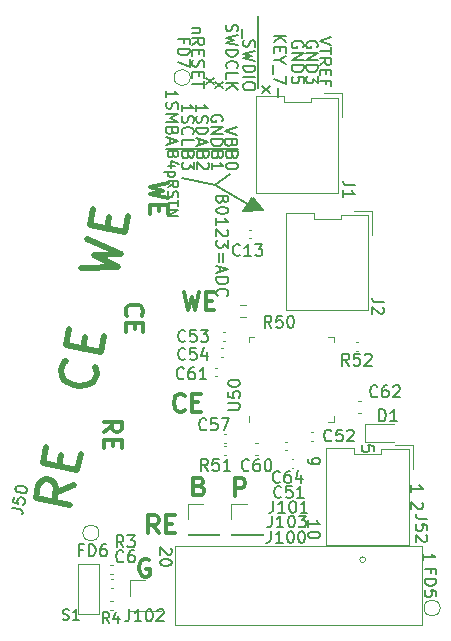
<source format=gbr>
G04 #@! TF.GenerationSoftware,KiCad,Pcbnew,(6.0.4)*
G04 #@! TF.CreationDate,2022-07-14T10:50:46-04:00*
G04 #@! TF.ProjectId,ratkit_design,7261746b-6974-45f6-9465-7369676e2e6b,RatKit2022_proA*
G04 #@! TF.SameCoordinates,PX41672a0PY65bcec0*
G04 #@! TF.FileFunction,Legend,Top*
G04 #@! TF.FilePolarity,Positive*
%FSLAX46Y46*%
G04 Gerber Fmt 4.6, Leading zero omitted, Abs format (unit mm)*
G04 Created by KiCad (PCBNEW (6.0.4)) date 2022-07-14 10:50:46*
%MOMM*%
%LPD*%
G01*
G04 APERTURE LIST*
%ADD10C,0.150000*%
%ADD11C,0.300000*%
%ADD12C,0.500000*%
%ADD13C,0.152400*%
%ADD14C,0.120000*%
%ADD15C,0.101600*%
G04 APERTURE END LIST*
D10*
X21920200Y39166800D02*
X21285200Y39674800D01*
X18262600Y41275000D02*
X19532600Y42189400D01*
X21259800Y40030400D02*
X20650200Y39039800D01*
X21285200Y39674800D02*
X20955000Y39192200D01*
X21259800Y39751000D02*
X21259800Y39471600D01*
X18262600Y41275000D02*
X15468600Y41884600D01*
X21691600Y39192200D02*
X21310600Y39446200D01*
X14122400Y44348400D02*
X20193000Y44348400D01*
X21259800Y39471600D02*
X18211800Y41300400D01*
X20650200Y39039800D02*
X22250400Y39166800D01*
X21920200Y49453800D02*
X21920200Y55549800D01*
X21259800Y39878000D02*
X20853400Y39116000D01*
X21336000Y40132000D02*
X22275800Y39192200D01*
X21971000Y39293800D02*
X21259800Y39751000D01*
X22199600Y39243000D02*
X21259800Y40030400D01*
X20853400Y39116000D02*
X21920200Y39166800D01*
X22275800Y39192200D02*
X21437600Y40208200D01*
X21310600Y39446200D02*
X21183600Y39319200D01*
X21361400Y39243000D02*
X21971000Y39293800D01*
X22250400Y39166800D02*
X21259800Y39878000D01*
X21183600Y39319200D02*
X21361400Y39243000D01*
X20955000Y39192200D02*
X21691600Y39192200D01*
X18892828Y40025153D02*
X18845209Y39882296D01*
X18797590Y39834677D01*
X18702352Y39787058D01*
X18559495Y39787058D01*
X18464257Y39834677D01*
X18416638Y39882296D01*
X18369019Y39977534D01*
X18369019Y40358486D01*
X19369019Y40358486D01*
X19369019Y40025153D01*
X19321400Y39929915D01*
X19273780Y39882296D01*
X19178542Y39834677D01*
X19083304Y39834677D01*
X18988066Y39882296D01*
X18940447Y39929915D01*
X18892828Y40025153D01*
X18892828Y40358486D01*
X19369019Y39168010D02*
X19369019Y39072772D01*
X19321400Y38977534D01*
X19273780Y38929915D01*
X19178542Y38882296D01*
X18988066Y38834677D01*
X18749971Y38834677D01*
X18559495Y38882296D01*
X18464257Y38929915D01*
X18416638Y38977534D01*
X18369019Y39072772D01*
X18369019Y39168010D01*
X18416638Y39263248D01*
X18464257Y39310867D01*
X18559495Y39358486D01*
X18749971Y39406105D01*
X18988066Y39406105D01*
X19178542Y39358486D01*
X19273780Y39310867D01*
X19321400Y39263248D01*
X19369019Y39168010D01*
X18369019Y37882296D02*
X18369019Y38453724D01*
X18369019Y38168010D02*
X19369019Y38168010D01*
X19226161Y38263248D01*
X19130923Y38358486D01*
X19083304Y38453724D01*
X19273780Y37501343D02*
X19321400Y37453724D01*
X19369019Y37358486D01*
X19369019Y37120391D01*
X19321400Y37025153D01*
X19273780Y36977534D01*
X19178542Y36929915D01*
X19083304Y36929915D01*
X18940447Y36977534D01*
X18369019Y37548962D01*
X18369019Y36929915D01*
X19369019Y36596581D02*
X19369019Y35977534D01*
X18988066Y36310867D01*
X18988066Y36168010D01*
X18940447Y36072772D01*
X18892828Y36025153D01*
X18797590Y35977534D01*
X18559495Y35977534D01*
X18464257Y36025153D01*
X18416638Y36072772D01*
X18369019Y36168010D01*
X18369019Y36453724D01*
X18416638Y36548962D01*
X18464257Y36596581D01*
X18892828Y35548962D02*
X18892828Y34787058D01*
X18607114Y34787058D02*
X18607114Y35548962D01*
X18654733Y34358486D02*
X18654733Y33882296D01*
X18369019Y34453724D02*
X19369019Y34120391D01*
X18369019Y33787058D01*
X18369019Y33453724D02*
X19369019Y33453724D01*
X19369019Y33215629D01*
X19321400Y33072772D01*
X19226161Y32977534D01*
X19130923Y32929915D01*
X18940447Y32882296D01*
X18797590Y32882296D01*
X18607114Y32929915D01*
X18511876Y32977534D01*
X18416638Y33072772D01*
X18369019Y33215629D01*
X18369019Y33453724D01*
X18464257Y31882296D02*
X18416638Y31929915D01*
X18369019Y32072772D01*
X18369019Y32168010D01*
X18416638Y32310867D01*
X18511876Y32406105D01*
X18607114Y32453724D01*
X18797590Y32501343D01*
X18940447Y32501343D01*
X19130923Y32453724D01*
X19226161Y32406105D01*
X19321400Y32310867D01*
X19369019Y32168010D01*
X19369019Y32072772D01*
X19321400Y31929915D01*
X19273780Y31882296D01*
D11*
X16921942Y15778943D02*
X17136228Y15707515D01*
X17207657Y15636086D01*
X17279085Y15493229D01*
X17279085Y15278943D01*
X17207657Y15136086D01*
X17136228Y15064658D01*
X16993371Y14993229D01*
X16421942Y14993229D01*
X16421942Y16493229D01*
X16921942Y16493229D01*
X17064800Y16421800D01*
X17136228Y16350372D01*
X17207657Y16207515D01*
X17207657Y16064658D01*
X17136228Y15921800D01*
X17064800Y15850372D01*
X16921942Y15778943D01*
X16421942Y15778943D01*
X10818085Y30211686D02*
X10746657Y30283115D01*
X10675228Y30497400D01*
X10675228Y30640258D01*
X10746657Y30854543D01*
X10889514Y30997400D01*
X11032371Y31068829D01*
X11318085Y31140258D01*
X11532371Y31140258D01*
X11818085Y31068829D01*
X11960942Y30997400D01*
X12103800Y30854543D01*
X12175228Y30640258D01*
X12175228Y30497400D01*
X12103800Y30283115D01*
X12032371Y30211686D01*
X11460942Y29568829D02*
X11460942Y29068829D01*
X10675228Y28854543D02*
X10675228Y29568829D01*
X12175228Y29568829D01*
X12175228Y28854543D01*
X15686114Y22222686D02*
X15614685Y22151258D01*
X15400400Y22079829D01*
X15257542Y22079829D01*
X15043257Y22151258D01*
X14900400Y22294115D01*
X14828971Y22436972D01*
X14757542Y22722686D01*
X14757542Y22936972D01*
X14828971Y23222686D01*
X14900400Y23365543D01*
X15043257Y23508400D01*
X15257542Y23579829D01*
X15400400Y23579829D01*
X15614685Y23508400D01*
X15686114Y23436972D01*
X16328971Y22865543D02*
X16828971Y22865543D01*
X17043257Y22079829D02*
X16328971Y22079829D01*
X16328971Y23579829D01*
X17043257Y23579829D01*
X8846428Y20356486D02*
X9560714Y20856486D01*
X8846428Y21213629D02*
X10346428Y21213629D01*
X10346428Y20642200D01*
X10275000Y20499343D01*
X10203571Y20427915D01*
X10060714Y20356486D01*
X9846428Y20356486D01*
X9703571Y20427915D01*
X9632142Y20499343D01*
X9560714Y20642200D01*
X9560714Y21213629D01*
X9632142Y19713629D02*
X9632142Y19213629D01*
X8846428Y18999343D02*
X8846428Y19713629D01*
X10346428Y19713629D01*
X10346428Y18999343D01*
X14258028Y41428029D02*
X12758028Y41070886D01*
X13829457Y40785172D01*
X12758028Y40499458D01*
X14258028Y40142315D01*
X13543742Y39570886D02*
X13543742Y39070886D01*
X12758028Y38856600D02*
X12758028Y39570886D01*
X14258028Y39570886D01*
X14258028Y38856600D01*
X13476314Y11792829D02*
X12976314Y12507115D01*
X12619171Y11792829D02*
X12619171Y13292829D01*
X13190600Y13292829D01*
X13333457Y13221400D01*
X13404885Y13149972D01*
X13476314Y13007115D01*
X13476314Y12792829D01*
X13404885Y12649972D01*
X13333457Y12578543D01*
X13190600Y12507115D01*
X12619171Y12507115D01*
X14119171Y12578543D02*
X14619171Y12578543D01*
X14833457Y11792829D02*
X14119171Y11792829D01*
X14119171Y13292829D01*
X14833457Y13292829D01*
X15620371Y32190429D02*
X15977514Y30690429D01*
X16263228Y31761858D01*
X16548942Y30690429D01*
X16906085Y32190429D01*
X17477514Y31476143D02*
X17977514Y31476143D01*
X18191800Y30690429D02*
X17477514Y30690429D01*
X17477514Y32190429D01*
X18191800Y32190429D01*
X19952542Y14942429D02*
X19952542Y16442429D01*
X20523971Y16442429D01*
X20666828Y16371000D01*
X20738257Y16299572D01*
X20809685Y16156715D01*
X20809685Y15942429D01*
X20738257Y15799572D01*
X20666828Y15728143D01*
X20523971Y15656715D01*
X19952542Y15656715D01*
X12661057Y9538400D02*
X12518200Y9609829D01*
X12303914Y9609829D01*
X12089628Y9538400D01*
X11946771Y9395543D01*
X11875342Y9252686D01*
X11803914Y8966972D01*
X11803914Y8752686D01*
X11875342Y8466972D01*
X11946771Y8324115D01*
X12089628Y8181258D01*
X12303914Y8109829D01*
X12446771Y8109829D01*
X12661057Y8181258D01*
X12732485Y8252686D01*
X12732485Y8752686D01*
X12446771Y8752686D01*
D10*
G04 #@! TO.C,C64*
X23741142Y16152858D02*
X23693523Y16105239D01*
X23550666Y16057620D01*
X23455428Y16057620D01*
X23312571Y16105239D01*
X23217333Y16200477D01*
X23169714Y16295715D01*
X23122095Y16486191D01*
X23122095Y16629048D01*
X23169714Y16819524D01*
X23217333Y16914762D01*
X23312571Y17010000D01*
X23455428Y17057620D01*
X23550666Y17057620D01*
X23693523Y17010000D01*
X23741142Y16962381D01*
X24598285Y17057620D02*
X24407809Y17057620D01*
X24312571Y17010000D01*
X24264952Y16962381D01*
X24169714Y16819524D01*
X24122095Y16629048D01*
X24122095Y16248096D01*
X24169714Y16152858D01*
X24217333Y16105239D01*
X24312571Y16057620D01*
X24503047Y16057620D01*
X24598285Y16105239D01*
X24645904Y16152858D01*
X24693523Y16248096D01*
X24693523Y16486191D01*
X24645904Y16581429D01*
X24598285Y16629048D01*
X24503047Y16676667D01*
X24312571Y16676667D01*
X24217333Y16629048D01*
X24169714Y16581429D01*
X24122095Y16486191D01*
X25550666Y16724286D02*
X25550666Y16057620D01*
X25312571Y17105239D02*
X25074476Y16390953D01*
X25693523Y16390953D01*
G04 #@! TO.C,U50*
X19368180Y22256905D02*
X20177704Y22256905D01*
X20272942Y22304524D01*
X20320561Y22352143D01*
X20368180Y22447381D01*
X20368180Y22637858D01*
X20320561Y22733096D01*
X20272942Y22780715D01*
X20177704Y22828334D01*
X19368180Y22828334D01*
X19368180Y23780715D02*
X19368180Y23304524D01*
X19844371Y23256905D01*
X19796752Y23304524D01*
X19749133Y23399762D01*
X19749133Y23637858D01*
X19796752Y23733096D01*
X19844371Y23780715D01*
X19939609Y23828334D01*
X20177704Y23828334D01*
X20272942Y23780715D01*
X20320561Y23733096D01*
X20368180Y23637858D01*
X20368180Y23399762D01*
X20320561Y23304524D01*
X20272942Y23256905D01*
X19368180Y24447381D02*
X19368180Y24542620D01*
X19415800Y24637858D01*
X19463419Y24685477D01*
X19558657Y24733096D01*
X19749133Y24780715D01*
X19987228Y24780715D01*
X20177704Y24733096D01*
X20272942Y24685477D01*
X20320561Y24637858D01*
X20368180Y24542620D01*
X20368180Y24447381D01*
X20320561Y24352143D01*
X20272942Y24304524D01*
X20177704Y24256905D01*
X19987228Y24209286D01*
X19749133Y24209286D01*
X19558657Y24256905D01*
X19463419Y24304524D01*
X19415800Y24352143D01*
X19368180Y24447381D01*
G04 #@! TO.C,FD7*
X15616228Y53335134D02*
X15616228Y53668467D01*
X15092419Y53668467D02*
X16092419Y53668467D01*
X16092419Y53192277D01*
X15092419Y52811324D02*
X16092419Y52811324D01*
X16092419Y52573229D01*
X16044800Y52430372D01*
X15949561Y52335134D01*
X15854323Y52287515D01*
X15663847Y52239896D01*
X15520990Y52239896D01*
X15330514Y52287515D01*
X15235276Y52335134D01*
X15140038Y52430372D01*
X15092419Y52573229D01*
X15092419Y52811324D01*
X16092419Y51906562D02*
X16092419Y51239896D01*
X15092419Y51668467D01*
G04 #@! TO.C,J50*
X1033920Y13956162D02*
X1734335Y13816078D01*
X1865079Y13741367D01*
X1939790Y13629301D01*
X1958467Y13479879D01*
X1939789Y13386490D01*
X1220699Y14890048D02*
X1127310Y14423105D01*
X1584914Y14283021D01*
X1547558Y14339055D01*
X1519542Y14441782D01*
X1566236Y14675254D01*
X1631609Y14759303D01*
X1687642Y14796659D01*
X1790369Y14824675D01*
X2023841Y14777981D01*
X2107891Y14712609D01*
X2145246Y14656575D01*
X2173262Y14553848D01*
X2126568Y14320376D01*
X2061196Y14236327D01*
X2005162Y14198971D01*
X1351444Y15543768D02*
X1370121Y15637157D01*
X1435494Y15721207D01*
X1491527Y15758562D01*
X1594254Y15786578D01*
X1790370Y15795917D01*
X2023842Y15749222D01*
X2201280Y15665173D01*
X2285330Y15599800D01*
X2322685Y15543767D01*
X2350702Y15441040D01*
X2332024Y15347651D01*
X2266652Y15263601D01*
X2210619Y15226246D01*
X2107891Y15198229D01*
X1911775Y15188891D01*
X1678303Y15235585D01*
X1500865Y15319635D01*
X1416815Y15385008D01*
X1379460Y15441041D01*
X1351444Y15543768D01*
D12*
X6946939Y34216632D02*
X10028764Y34328695D01*
X8039587Y35309278D01*
X10252898Y35449358D01*
X7451241Y36738125D01*
X9076204Y37578621D02*
X9272321Y38559201D01*
X10897283Y38671265D02*
X10617116Y37270436D01*
X7675375Y37858788D01*
X7955542Y39259617D01*
X8050222Y25892902D02*
X8162288Y25724802D01*
X8218321Y25276537D01*
X8162287Y24996371D01*
X7938154Y24604139D01*
X7601955Y24380007D01*
X7293772Y24295957D01*
X6705424Y24267941D01*
X6285175Y24351992D01*
X5752860Y24604142D01*
X5500711Y24800258D01*
X5276579Y25136457D01*
X5220546Y25584723D01*
X5276580Y25864889D01*
X5500713Y26257121D01*
X5668812Y26369187D01*
X7041627Y27405799D02*
X7237744Y28386380D01*
X8862706Y28498444D02*
X8582539Y27097615D01*
X5640797Y27685967D01*
X5920965Y29086796D01*
X6337837Y15874172D02*
X4740890Y15173759D01*
X6001636Y14193177D02*
X3059895Y14781528D01*
X3284029Y15902192D01*
X3480145Y16154341D01*
X3648245Y16266407D01*
X3956427Y16350456D01*
X4376676Y16266406D01*
X4628825Y16070290D01*
X4740891Y15902190D01*
X4824941Y15594007D01*
X4600807Y14473344D01*
X5049076Y17443102D02*
X5245193Y18423683D01*
X6870155Y18535747D02*
X6589988Y17134918D01*
X3648246Y17723270D01*
X3928414Y19124099D01*
D10*
G04 #@! TO.C,R3*
X10501333Y10596620D02*
X10168000Y11072810D01*
X9929904Y10596620D02*
X9929904Y11596620D01*
X10310857Y11596620D01*
X10406095Y11549000D01*
X10453714Y11501381D01*
X10501333Y11406143D01*
X10501333Y11263286D01*
X10453714Y11168048D01*
X10406095Y11120429D01*
X10310857Y11072810D01*
X9929904Y11072810D01*
X10834666Y11596620D02*
X11453714Y11596620D01*
X11120380Y11215667D01*
X11263238Y11215667D01*
X11358476Y11168048D01*
X11406095Y11120429D01*
X11453714Y11025191D01*
X11453714Y10787096D01*
X11406095Y10691858D01*
X11358476Y10644239D01*
X11263238Y10596620D01*
X10977523Y10596620D01*
X10882285Y10644239D01*
X10834666Y10691858D01*
G04 #@! TO.C,C54*
X15740142Y26566858D02*
X15692523Y26519239D01*
X15549666Y26471620D01*
X15454428Y26471620D01*
X15311571Y26519239D01*
X15216333Y26614477D01*
X15168714Y26709715D01*
X15121095Y26900191D01*
X15121095Y27043048D01*
X15168714Y27233524D01*
X15216333Y27328762D01*
X15311571Y27424000D01*
X15454428Y27471620D01*
X15549666Y27471620D01*
X15692523Y27424000D01*
X15740142Y27376381D01*
X16644904Y27471620D02*
X16168714Y27471620D01*
X16121095Y26995429D01*
X16168714Y27043048D01*
X16263952Y27090667D01*
X16502047Y27090667D01*
X16597285Y27043048D01*
X16644904Y26995429D01*
X16692523Y26900191D01*
X16692523Y26662096D01*
X16644904Y26566858D01*
X16597285Y26519239D01*
X16502047Y26471620D01*
X16263952Y26471620D01*
X16168714Y26519239D01*
X16121095Y26566858D01*
X17549666Y27138286D02*
X17549666Y26471620D01*
X17311571Y27519239D02*
X17073476Y26804953D01*
X17692523Y26804953D01*
G04 #@! TO.C,J102*
X11007885Y5348220D02*
X11007885Y4633934D01*
X10960266Y4491077D01*
X10865028Y4395839D01*
X10722171Y4348220D01*
X10626933Y4348220D01*
X12007885Y4348220D02*
X11436457Y4348220D01*
X11722171Y4348220D02*
X11722171Y5348220D01*
X11626933Y5205362D01*
X11531695Y5110124D01*
X11436457Y5062505D01*
X12626933Y5348220D02*
X12722171Y5348220D01*
X12817409Y5300600D01*
X12865028Y5252981D01*
X12912647Y5157743D01*
X12960266Y4967267D01*
X12960266Y4729172D01*
X12912647Y4538696D01*
X12865028Y4443458D01*
X12817409Y4395839D01*
X12722171Y4348220D01*
X12626933Y4348220D01*
X12531695Y4395839D01*
X12484076Y4443458D01*
X12436457Y4538696D01*
X12388838Y4729172D01*
X12388838Y4967267D01*
X12436457Y5157743D01*
X12484076Y5252981D01*
X12531695Y5300600D01*
X12626933Y5348220D01*
X13341219Y5252981D02*
X13388838Y5300600D01*
X13484076Y5348220D01*
X13722171Y5348220D01*
X13817409Y5300600D01*
X13865028Y5252981D01*
X13912647Y5157743D01*
X13912647Y5062505D01*
X13865028Y4919648D01*
X13293600Y4348220D01*
X13912647Y4348220D01*
G04 #@! TO.C,C51*
X23868142Y14882858D02*
X23820523Y14835239D01*
X23677666Y14787620D01*
X23582428Y14787620D01*
X23439571Y14835239D01*
X23344333Y14930477D01*
X23296714Y15025715D01*
X23249095Y15216191D01*
X23249095Y15359048D01*
X23296714Y15549524D01*
X23344333Y15644762D01*
X23439571Y15740000D01*
X23582428Y15787620D01*
X23677666Y15787620D01*
X23820523Y15740000D01*
X23868142Y15692381D01*
X24772904Y15787620D02*
X24296714Y15787620D01*
X24249095Y15311429D01*
X24296714Y15359048D01*
X24391952Y15406667D01*
X24630047Y15406667D01*
X24725285Y15359048D01*
X24772904Y15311429D01*
X24820523Y15216191D01*
X24820523Y14978096D01*
X24772904Y14882858D01*
X24725285Y14835239D01*
X24630047Y14787620D01*
X24391952Y14787620D01*
X24296714Y14835239D01*
X24249095Y14882858D01*
X25772904Y14787620D02*
X25201476Y14787620D01*
X25487190Y14787620D02*
X25487190Y15787620D01*
X25391952Y15644762D01*
X25296714Y15549524D01*
X25201476Y15501905D01*
G04 #@! TO.C,J52*
X36234619Y13001524D02*
X35520333Y13001524D01*
X35377476Y13049143D01*
X35282238Y13144381D01*
X35234619Y13287239D01*
X35234619Y13382477D01*
X36234619Y12049143D02*
X36234619Y12525334D01*
X35758428Y12572953D01*
X35806047Y12525334D01*
X35853666Y12430096D01*
X35853666Y12192000D01*
X35806047Y12096762D01*
X35758428Y12049143D01*
X35663190Y12001524D01*
X35425095Y12001524D01*
X35329857Y12049143D01*
X35282238Y12096762D01*
X35234619Y12192000D01*
X35234619Y12430096D01*
X35282238Y12525334D01*
X35329857Y12572953D01*
X36139380Y11620572D02*
X36187000Y11572953D01*
X36234619Y11477715D01*
X36234619Y11239620D01*
X36187000Y11144381D01*
X36139380Y11096762D01*
X36044142Y11049143D01*
X35948904Y11049143D01*
X35806047Y11096762D01*
X35234619Y11668191D01*
X35234619Y11049143D01*
X26116019Y18097477D02*
X26116019Y17907000D01*
X26163638Y17811762D01*
X26211257Y17764143D01*
X26354114Y17668905D01*
X26544590Y17621286D01*
X26925542Y17621286D01*
X27020780Y17668905D01*
X27068400Y17716524D01*
X27116019Y17811762D01*
X27116019Y18002239D01*
X27068400Y18097477D01*
X27020780Y18145096D01*
X26925542Y18192715D01*
X26687447Y18192715D01*
X26592209Y18145096D01*
X26544590Y18097477D01*
X26496971Y18002239D01*
X26496971Y17811762D01*
X26544590Y17716524D01*
X26592209Y17668905D01*
X26687447Y17621286D01*
X35758380Y14382715D02*
X35806000Y14335096D01*
X35853619Y14239858D01*
X35853619Y14001762D01*
X35806000Y13906524D01*
X35758380Y13858905D01*
X35663142Y13811286D01*
X35567904Y13811286D01*
X35425047Y13858905D01*
X34853619Y14430334D01*
X34853619Y13811286D01*
X26141419Y12306277D02*
X26141419Y12877705D01*
X26141419Y12591991D02*
X27141419Y12591991D01*
X26998561Y12687229D01*
X26903323Y12782467D01*
X26855704Y12877705D01*
X27141419Y11687229D02*
X27141419Y11591991D01*
X27093800Y11496753D01*
X27046180Y11449134D01*
X26950942Y11401515D01*
X26760466Y11353896D01*
X26522371Y11353896D01*
X26331895Y11401515D01*
X26236657Y11449134D01*
X26189038Y11496753D01*
X26141419Y11591991D01*
X26141419Y11687229D01*
X26189038Y11782467D01*
X26236657Y11830086D01*
X26331895Y11877705D01*
X26522371Y11925324D01*
X26760466Y11925324D01*
X26950942Y11877705D01*
X27046180Y11830086D01*
X27093800Y11782467D01*
X27141419Y11687229D01*
X31688019Y18710305D02*
X31688019Y19186496D01*
X31211828Y19234115D01*
X31259447Y19186496D01*
X31307066Y19091258D01*
X31307066Y18853162D01*
X31259447Y18757924D01*
X31211828Y18710305D01*
X31116590Y18662686D01*
X30878495Y18662686D01*
X30783257Y18710305D01*
X30735638Y18757924D01*
X30688019Y18853162D01*
X30688019Y19091258D01*
X30735638Y19186496D01*
X30783257Y19234115D01*
X34828219Y15284486D02*
X34828219Y15855915D01*
X34828219Y15570200D02*
X35828219Y15570200D01*
X35685361Y15665439D01*
X35590123Y15760677D01*
X35542504Y15855915D01*
G04 #@! TO.C,C57*
X17518142Y20597858D02*
X17470523Y20550239D01*
X17327666Y20502620D01*
X17232428Y20502620D01*
X17089571Y20550239D01*
X16994333Y20645477D01*
X16946714Y20740715D01*
X16899095Y20931191D01*
X16899095Y21074048D01*
X16946714Y21264524D01*
X16994333Y21359762D01*
X17089571Y21455000D01*
X17232428Y21502620D01*
X17327666Y21502620D01*
X17470523Y21455000D01*
X17518142Y21407381D01*
X18422904Y21502620D02*
X17946714Y21502620D01*
X17899095Y21026429D01*
X17946714Y21074048D01*
X18041952Y21121667D01*
X18280047Y21121667D01*
X18375285Y21074048D01*
X18422904Y21026429D01*
X18470523Y20931191D01*
X18470523Y20693096D01*
X18422904Y20597858D01*
X18375285Y20550239D01*
X18280047Y20502620D01*
X18041952Y20502620D01*
X17946714Y20550239D01*
X17899095Y20597858D01*
X18803857Y21502620D02*
X19470523Y21502620D01*
X19041952Y20502620D01*
G04 #@! TO.C,J1*
X30113219Y41252734D02*
X29398933Y41252734D01*
X29256076Y41300353D01*
X29160838Y41395591D01*
X29113219Y41538448D01*
X29113219Y41633686D01*
X29113219Y40252734D02*
X29113219Y40824162D01*
X29113219Y40538448D02*
X30113219Y40538448D01*
X29970361Y40633686D01*
X29875123Y40728924D01*
X29827504Y40824162D01*
X20559780Y54481077D02*
X20559780Y53719172D01*
X20702638Y53528696D02*
X20655019Y53385839D01*
X20655019Y53147743D01*
X20702638Y53052505D01*
X20750257Y53004886D01*
X20845495Y52957267D01*
X20940733Y52957267D01*
X21035971Y53004886D01*
X21083590Y53052505D01*
X21131209Y53147743D01*
X21178828Y53338220D01*
X21226447Y53433458D01*
X21274066Y53481077D01*
X21369304Y53528696D01*
X21464542Y53528696D01*
X21559780Y53481077D01*
X21607400Y53433458D01*
X21655019Y53338220D01*
X21655019Y53100124D01*
X21607400Y52957267D01*
X21655019Y52623934D02*
X20655019Y52385839D01*
X21369304Y52195362D01*
X20655019Y52004886D01*
X21655019Y51766791D01*
X20655019Y51385839D02*
X21655019Y51385839D01*
X21655019Y51147743D01*
X21607400Y51004886D01*
X21512161Y50909648D01*
X21416923Y50862029D01*
X21226447Y50814410D01*
X21083590Y50814410D01*
X20893114Y50862029D01*
X20797876Y50909648D01*
X20702638Y51004886D01*
X20655019Y51147743D01*
X20655019Y51385839D01*
X20655019Y50385839D02*
X21655019Y50385839D01*
X21655019Y49719172D02*
X21655019Y49528696D01*
X21607400Y49433458D01*
X21512161Y49338220D01*
X21321685Y49290600D01*
X20988352Y49290600D01*
X20797876Y49338220D01*
X20702638Y49433458D01*
X20655019Y49528696D01*
X20655019Y49719172D01*
X20702638Y49814410D01*
X20797876Y49909648D01*
X20988352Y49957267D01*
X21321685Y49957267D01*
X21512161Y49909648D01*
X21607400Y49814410D01*
X21655019Y49719172D01*
X17480019Y50325305D02*
X18146685Y49801496D01*
X18146685Y50325305D02*
X17480019Y49801496D01*
X22204419Y49614105D02*
X22871085Y49090296D01*
X22871085Y49614105D02*
X22204419Y49090296D01*
X26916000Y52927048D02*
X26963619Y53022286D01*
X26963619Y53165143D01*
X26916000Y53308000D01*
X26820761Y53403239D01*
X26725523Y53450858D01*
X26535047Y53498477D01*
X26392190Y53498477D01*
X26201714Y53450858D01*
X26106476Y53403239D01*
X26011238Y53308000D01*
X25963619Y53165143D01*
X25963619Y53069905D01*
X26011238Y52927048D01*
X26058857Y52879429D01*
X26392190Y52879429D01*
X26392190Y53069905D01*
X25963619Y52450858D02*
X26963619Y52450858D01*
X25963619Y51879429D01*
X26963619Y51879429D01*
X25963619Y51403239D02*
X26963619Y51403239D01*
X26963619Y51165143D01*
X26916000Y51022286D01*
X26820761Y50927048D01*
X26725523Y50879429D01*
X26535047Y50831810D01*
X26392190Y50831810D01*
X26201714Y50879429D01*
X26106476Y50927048D01*
X26011238Y51022286D01*
X25963619Y51165143D01*
X25963619Y51403239D01*
X26963619Y50498477D02*
X26963619Y49879429D01*
X26582666Y50212762D01*
X26582666Y50069905D01*
X26535047Y49974667D01*
X26487428Y49927048D01*
X26392190Y49879429D01*
X26154095Y49879429D01*
X26058857Y49927048D01*
X26011238Y49974667D01*
X25963619Y50069905D01*
X25963619Y50355620D01*
X26011238Y50450858D01*
X26058857Y50498477D01*
X18242019Y50020505D02*
X18908685Y49496696D01*
X18908685Y50020505D02*
X18242019Y49496696D01*
X28106619Y53784191D02*
X27106619Y53450858D01*
X28106619Y53117524D01*
X28106619Y52927048D02*
X28106619Y52355620D01*
X27106619Y52641334D02*
X28106619Y52641334D01*
X27106619Y51450858D02*
X27582809Y51784191D01*
X27106619Y52022286D02*
X28106619Y52022286D01*
X28106619Y51641334D01*
X28059000Y51546096D01*
X28011380Y51498477D01*
X27916142Y51450858D01*
X27773285Y51450858D01*
X27678047Y51498477D01*
X27630428Y51546096D01*
X27582809Y51641334D01*
X27582809Y52022286D01*
X27630428Y51022286D02*
X27630428Y50688953D01*
X27106619Y50546096D02*
X27106619Y51022286D01*
X28106619Y51022286D01*
X28106619Y50546096D01*
X27630428Y49784191D02*
X27630428Y50117524D01*
X27106619Y50117524D02*
X28106619Y50117524D01*
X28106619Y49641334D01*
X19229438Y54857305D02*
X19181819Y54714448D01*
X19181819Y54476353D01*
X19229438Y54381115D01*
X19277057Y54333496D01*
X19372295Y54285877D01*
X19467533Y54285877D01*
X19562771Y54333496D01*
X19610390Y54381115D01*
X19658009Y54476353D01*
X19705628Y54666829D01*
X19753247Y54762067D01*
X19800866Y54809686D01*
X19896104Y54857305D01*
X19991342Y54857305D01*
X20086580Y54809686D01*
X20134200Y54762067D01*
X20181819Y54666829D01*
X20181819Y54428734D01*
X20134200Y54285877D01*
X20181819Y53952543D02*
X19181819Y53714448D01*
X19896104Y53523972D01*
X19181819Y53333496D01*
X20181819Y53095400D01*
X19181819Y52714448D02*
X20181819Y52714448D01*
X20181819Y52476353D01*
X20134200Y52333496D01*
X20038961Y52238258D01*
X19943723Y52190639D01*
X19753247Y52143020D01*
X19610390Y52143020D01*
X19419914Y52190639D01*
X19324676Y52238258D01*
X19229438Y52333496D01*
X19181819Y52476353D01*
X19181819Y52714448D01*
X19277057Y51143020D02*
X19229438Y51190639D01*
X19181819Y51333496D01*
X19181819Y51428734D01*
X19229438Y51571591D01*
X19324676Y51666829D01*
X19419914Y51714448D01*
X19610390Y51762067D01*
X19753247Y51762067D01*
X19943723Y51714448D01*
X20038961Y51666829D01*
X20134200Y51571591D01*
X20181819Y51428734D01*
X20181819Y51333496D01*
X20134200Y51190639D01*
X20086580Y51143020D01*
X19181819Y50238258D02*
X19181819Y50714448D01*
X20181819Y50714448D01*
X19181819Y49904924D02*
X20181819Y49904924D01*
X19181819Y49333496D02*
X19753247Y49762067D01*
X20181819Y49333496D02*
X19610390Y49904924D01*
X17003685Y54596991D02*
X16337019Y54596991D01*
X16908447Y54596991D02*
X16956066Y54549372D01*
X17003685Y54454134D01*
X17003685Y54311277D01*
X16956066Y54216039D01*
X16860828Y54168420D01*
X16337019Y54168420D01*
X16337019Y53120800D02*
X16813209Y53454134D01*
X16337019Y53692229D02*
X17337019Y53692229D01*
X17337019Y53311277D01*
X17289400Y53216039D01*
X17241780Y53168420D01*
X17146542Y53120800D01*
X17003685Y53120800D01*
X16908447Y53168420D01*
X16860828Y53216039D01*
X16813209Y53311277D01*
X16813209Y53692229D01*
X16860828Y52692229D02*
X16860828Y52358896D01*
X16337019Y52216039D02*
X16337019Y52692229D01*
X17337019Y52692229D01*
X17337019Y52216039D01*
X16384638Y51835086D02*
X16337019Y51692229D01*
X16337019Y51454134D01*
X16384638Y51358896D01*
X16432257Y51311277D01*
X16527495Y51263658D01*
X16622733Y51263658D01*
X16717971Y51311277D01*
X16765590Y51358896D01*
X16813209Y51454134D01*
X16860828Y51644610D01*
X16908447Y51739848D01*
X16956066Y51787467D01*
X17051304Y51835086D01*
X17146542Y51835086D01*
X17241780Y51787467D01*
X17289400Y51739848D01*
X17337019Y51644610D01*
X17337019Y51406515D01*
X17289400Y51263658D01*
X16860828Y50835086D02*
X16860828Y50501753D01*
X16337019Y50358896D02*
X16337019Y50835086D01*
X17337019Y50835086D01*
X17337019Y50358896D01*
X17337019Y50073181D02*
X17337019Y49501753D01*
X16337019Y49787467D02*
X17337019Y49787467D01*
X23220419Y53927048D02*
X24220419Y53927048D01*
X23220419Y53355620D02*
X23791847Y53784191D01*
X24220419Y53355620D02*
X23648990Y53927048D01*
X23744228Y52927048D02*
X23744228Y52593715D01*
X23220419Y52450858D02*
X23220419Y52927048D01*
X24220419Y52927048D01*
X24220419Y52450858D01*
X23696609Y51831810D02*
X23220419Y51831810D01*
X24220419Y52165143D02*
X23696609Y51831810D01*
X24220419Y51498477D01*
X23125180Y51403239D02*
X23125180Y50641334D01*
X24220419Y50498477D02*
X24220419Y49831810D01*
X23220419Y50260381D01*
X23601371Y49450858D02*
X23601371Y48688953D01*
X25696800Y52927048D02*
X25744419Y53022286D01*
X25744419Y53165143D01*
X25696800Y53308000D01*
X25601561Y53403239D01*
X25506323Y53450858D01*
X25315847Y53498477D01*
X25172990Y53498477D01*
X24982514Y53450858D01*
X24887276Y53403239D01*
X24792038Y53308000D01*
X24744419Y53165143D01*
X24744419Y53069905D01*
X24792038Y52927048D01*
X24839657Y52879429D01*
X25172990Y52879429D01*
X25172990Y53069905D01*
X24744419Y52450858D02*
X25744419Y52450858D01*
X24744419Y51879429D01*
X25744419Y51879429D01*
X24744419Y51403239D02*
X25744419Y51403239D01*
X25744419Y51165143D01*
X25696800Y51022286D01*
X25601561Y50927048D01*
X25506323Y50879429D01*
X25315847Y50831810D01*
X25172990Y50831810D01*
X24982514Y50879429D01*
X24887276Y50927048D01*
X24792038Y51022286D01*
X24744419Y51165143D01*
X24744419Y51403239D01*
X25744419Y49927048D02*
X25744419Y50403239D01*
X25268228Y50450858D01*
X25315847Y50403239D01*
X25363466Y50308000D01*
X25363466Y50069905D01*
X25315847Y49974667D01*
X25268228Y49927048D01*
X25172990Y49879429D01*
X24934895Y49879429D01*
X24839657Y49927048D01*
X24792038Y49974667D01*
X24744419Y50069905D01*
X24744419Y50308000D01*
X24792038Y50403239D01*
X24839657Y50450858D01*
G04 #@! TO.C,J103*
X23047485Y13273020D02*
X23047485Y12558734D01*
X22999866Y12415877D01*
X22904628Y12320639D01*
X22761771Y12273020D01*
X22666533Y12273020D01*
X24047485Y12273020D02*
X23476057Y12273020D01*
X23761771Y12273020D02*
X23761771Y13273020D01*
X23666533Y13130162D01*
X23571295Y13034924D01*
X23476057Y12987305D01*
X24666533Y13273020D02*
X24761771Y13273020D01*
X24857009Y13225400D01*
X24904628Y13177781D01*
X24952247Y13082543D01*
X24999866Y12892067D01*
X24999866Y12653972D01*
X24952247Y12463496D01*
X24904628Y12368258D01*
X24857009Y12320639D01*
X24761771Y12273020D01*
X24666533Y12273020D01*
X24571295Y12320639D01*
X24523676Y12368258D01*
X24476057Y12463496D01*
X24428438Y12653972D01*
X24428438Y12892067D01*
X24476057Y13082543D01*
X24523676Y13177781D01*
X24571295Y13225400D01*
X24666533Y13273020D01*
X25333200Y13273020D02*
X25952247Y13273020D01*
X25618914Y12892067D01*
X25761771Y12892067D01*
X25857009Y12844448D01*
X25904628Y12796829D01*
X25952247Y12701591D01*
X25952247Y12463496D01*
X25904628Y12368258D01*
X25857009Y12320639D01*
X25761771Y12273020D01*
X25476057Y12273020D01*
X25380819Y12320639D01*
X25333200Y12368258D01*
G04 #@! TO.C,R51*
X17645142Y17073620D02*
X17311809Y17549810D01*
X17073714Y17073620D02*
X17073714Y18073620D01*
X17454666Y18073620D01*
X17549904Y18026000D01*
X17597523Y17978381D01*
X17645142Y17883143D01*
X17645142Y17740286D01*
X17597523Y17645048D01*
X17549904Y17597429D01*
X17454666Y17549810D01*
X17073714Y17549810D01*
X18549904Y18073620D02*
X18073714Y18073620D01*
X18026095Y17597429D01*
X18073714Y17645048D01*
X18168952Y17692667D01*
X18407047Y17692667D01*
X18502285Y17645048D01*
X18549904Y17597429D01*
X18597523Y17502191D01*
X18597523Y17264096D01*
X18549904Y17168858D01*
X18502285Y17121239D01*
X18407047Y17073620D01*
X18168952Y17073620D01*
X18073714Y17121239D01*
X18026095Y17168858D01*
X19549904Y17073620D02*
X18978476Y17073620D01*
X19264190Y17073620D02*
X19264190Y18073620D01*
X19168952Y17930762D01*
X19073714Y17835524D01*
X18978476Y17787905D01*
G04 #@! TO.C,C60*
X21124942Y17135858D02*
X21077323Y17088239D01*
X20934466Y17040620D01*
X20839228Y17040620D01*
X20696371Y17088239D01*
X20601133Y17183477D01*
X20553514Y17278715D01*
X20505895Y17469191D01*
X20505895Y17612048D01*
X20553514Y17802524D01*
X20601133Y17897762D01*
X20696371Y17993000D01*
X20839228Y18040620D01*
X20934466Y18040620D01*
X21077323Y17993000D01*
X21124942Y17945381D01*
X21982085Y18040620D02*
X21791609Y18040620D01*
X21696371Y17993000D01*
X21648752Y17945381D01*
X21553514Y17802524D01*
X21505895Y17612048D01*
X21505895Y17231096D01*
X21553514Y17135858D01*
X21601133Y17088239D01*
X21696371Y17040620D01*
X21886847Y17040620D01*
X21982085Y17088239D01*
X22029704Y17135858D01*
X22077323Y17231096D01*
X22077323Y17469191D01*
X22029704Y17564429D01*
X21982085Y17612048D01*
X21886847Y17659667D01*
X21696371Y17659667D01*
X21601133Y17612048D01*
X21553514Y17564429D01*
X21505895Y17469191D01*
X22696371Y18040620D02*
X22791609Y18040620D01*
X22886847Y17993000D01*
X22934466Y17945381D01*
X22982085Y17850143D01*
X23029704Y17659667D01*
X23029704Y17421572D01*
X22982085Y17231096D01*
X22934466Y17135858D01*
X22886847Y17088239D01*
X22791609Y17040620D01*
X22696371Y17040620D01*
X22601133Y17088239D01*
X22553514Y17135858D01*
X22505895Y17231096D01*
X22458276Y17421572D01*
X22458276Y17659667D01*
X22505895Y17850143D01*
X22553514Y17945381D01*
X22601133Y17993000D01*
X22696371Y18040620D01*
G04 #@! TO.C,C52*
X28109942Y19658058D02*
X28062323Y19610439D01*
X27919466Y19562820D01*
X27824228Y19562820D01*
X27681371Y19610439D01*
X27586133Y19705677D01*
X27538514Y19800915D01*
X27490895Y19991391D01*
X27490895Y20134248D01*
X27538514Y20324724D01*
X27586133Y20419962D01*
X27681371Y20515200D01*
X27824228Y20562820D01*
X27919466Y20562820D01*
X28062323Y20515200D01*
X28109942Y20467581D01*
X29014704Y20562820D02*
X28538514Y20562820D01*
X28490895Y20086629D01*
X28538514Y20134248D01*
X28633752Y20181867D01*
X28871847Y20181867D01*
X28967085Y20134248D01*
X29014704Y20086629D01*
X29062323Y19991391D01*
X29062323Y19753296D01*
X29014704Y19658058D01*
X28967085Y19610439D01*
X28871847Y19562820D01*
X28633752Y19562820D01*
X28538514Y19610439D01*
X28490895Y19658058D01*
X29443276Y20467581D02*
X29490895Y20515200D01*
X29586133Y20562820D01*
X29824228Y20562820D01*
X29919466Y20515200D01*
X29967085Y20467581D01*
X30014704Y20372343D01*
X30014704Y20277105D01*
X29967085Y20134248D01*
X29395657Y19562820D01*
X30014704Y19562820D01*
G04 #@! TO.C,R52*
X29608542Y25987420D02*
X29275209Y26463610D01*
X29037114Y25987420D02*
X29037114Y26987420D01*
X29418066Y26987420D01*
X29513304Y26939800D01*
X29560923Y26892181D01*
X29608542Y26796943D01*
X29608542Y26654086D01*
X29560923Y26558848D01*
X29513304Y26511229D01*
X29418066Y26463610D01*
X29037114Y26463610D01*
X30513304Y26987420D02*
X30037114Y26987420D01*
X29989495Y26511229D01*
X30037114Y26558848D01*
X30132352Y26606467D01*
X30370447Y26606467D01*
X30465685Y26558848D01*
X30513304Y26511229D01*
X30560923Y26415991D01*
X30560923Y26177896D01*
X30513304Y26082658D01*
X30465685Y26035039D01*
X30370447Y25987420D01*
X30132352Y25987420D01*
X30037114Y26035039D01*
X29989495Y26082658D01*
X30941876Y26892181D02*
X30989495Y26939800D01*
X31084733Y26987420D01*
X31322828Y26987420D01*
X31418066Y26939800D01*
X31465685Y26892181D01*
X31513304Y26796943D01*
X31513304Y26701705D01*
X31465685Y26558848D01*
X30894257Y25987420D01*
X31513304Y25987420D01*
G04 #@! TO.C,C62*
X31996142Y23391858D02*
X31948523Y23344239D01*
X31805666Y23296620D01*
X31710428Y23296620D01*
X31567571Y23344239D01*
X31472333Y23439477D01*
X31424714Y23534715D01*
X31377095Y23725191D01*
X31377095Y23868048D01*
X31424714Y24058524D01*
X31472333Y24153762D01*
X31567571Y24249000D01*
X31710428Y24296620D01*
X31805666Y24296620D01*
X31948523Y24249000D01*
X31996142Y24201381D01*
X32853285Y24296620D02*
X32662809Y24296620D01*
X32567571Y24249000D01*
X32519952Y24201381D01*
X32424714Y24058524D01*
X32377095Y23868048D01*
X32377095Y23487096D01*
X32424714Y23391858D01*
X32472333Y23344239D01*
X32567571Y23296620D01*
X32758047Y23296620D01*
X32853285Y23344239D01*
X32900904Y23391858D01*
X32948523Y23487096D01*
X32948523Y23725191D01*
X32900904Y23820429D01*
X32853285Y23868048D01*
X32758047Y23915667D01*
X32567571Y23915667D01*
X32472333Y23868048D01*
X32424714Y23820429D01*
X32377095Y23725191D01*
X33329476Y24201381D02*
X33377095Y24249000D01*
X33472333Y24296620D01*
X33710428Y24296620D01*
X33805666Y24249000D01*
X33853285Y24201381D01*
X33900904Y24106143D01*
X33900904Y24010905D01*
X33853285Y23868048D01*
X33281857Y23296620D01*
X33900904Y23296620D01*
G04 #@! TO.C,D1*
X32154904Y21264620D02*
X32154904Y22264620D01*
X32393000Y22264620D01*
X32535857Y22217000D01*
X32631095Y22121762D01*
X32678714Y22026524D01*
X32726333Y21836048D01*
X32726333Y21693191D01*
X32678714Y21502715D01*
X32631095Y21407477D01*
X32535857Y21312239D01*
X32393000Y21264620D01*
X32154904Y21264620D01*
X33678714Y21264620D02*
X33107285Y21264620D01*
X33393000Y21264620D02*
X33393000Y22264620D01*
X33297761Y22121762D01*
X33202523Y22026524D01*
X33107285Y21978905D01*
G04 #@! TO.C,J101*
X23174485Y14517620D02*
X23174485Y13803334D01*
X23126866Y13660477D01*
X23031628Y13565239D01*
X22888771Y13517620D01*
X22793533Y13517620D01*
X24174485Y13517620D02*
X23603057Y13517620D01*
X23888771Y13517620D02*
X23888771Y14517620D01*
X23793533Y14374762D01*
X23698295Y14279524D01*
X23603057Y14231905D01*
X24793533Y14517620D02*
X24888771Y14517620D01*
X24984009Y14470000D01*
X25031628Y14422381D01*
X25079247Y14327143D01*
X25126866Y14136667D01*
X25126866Y13898572D01*
X25079247Y13708096D01*
X25031628Y13612858D01*
X24984009Y13565239D01*
X24888771Y13517620D01*
X24793533Y13517620D01*
X24698295Y13565239D01*
X24650676Y13612858D01*
X24603057Y13708096D01*
X24555438Y13898572D01*
X24555438Y14136667D01*
X24603057Y14327143D01*
X24650676Y14422381D01*
X24698295Y14470000D01*
X24793533Y14517620D01*
X26079247Y13517620D02*
X25507819Y13517620D01*
X25793533Y13517620D02*
X25793533Y14517620D01*
X25698295Y14374762D01*
X25603057Y14279524D01*
X25507819Y14231905D01*
G04 #@! TO.C,S1*
X5342466Y4516967D02*
X5469466Y4474634D01*
X5681133Y4474634D01*
X5765800Y4516967D01*
X5808133Y4559300D01*
X5850466Y4643967D01*
X5850466Y4728634D01*
X5808133Y4813300D01*
X5765800Y4855634D01*
X5681133Y4897967D01*
X5511800Y4940300D01*
X5427133Y4982634D01*
X5384800Y5024967D01*
X5342466Y5109634D01*
X5342466Y5194300D01*
X5384800Y5278967D01*
X5427133Y5321300D01*
X5511800Y5363634D01*
X5723466Y5363634D01*
X5850466Y5321300D01*
X6697133Y4474634D02*
X6189133Y4474634D01*
X6443133Y4474634D02*
X6443133Y5363634D01*
X6358466Y5236634D01*
X6273800Y5151967D01*
X6189133Y5109634D01*
G04 #@! TO.C,J100*
X22971285Y11977620D02*
X22971285Y11263334D01*
X22923666Y11120477D01*
X22828428Y11025239D01*
X22685571Y10977620D01*
X22590333Y10977620D01*
X23971285Y10977620D02*
X23399857Y10977620D01*
X23685571Y10977620D02*
X23685571Y11977620D01*
X23590333Y11834762D01*
X23495095Y11739524D01*
X23399857Y11691905D01*
X24590333Y11977620D02*
X24685571Y11977620D01*
X24780809Y11930000D01*
X24828428Y11882381D01*
X24876047Y11787143D01*
X24923666Y11596667D01*
X24923666Y11358572D01*
X24876047Y11168096D01*
X24828428Y11072858D01*
X24780809Y11025239D01*
X24685571Y10977620D01*
X24590333Y10977620D01*
X24495095Y11025239D01*
X24447476Y11072858D01*
X24399857Y11168096D01*
X24352238Y11358572D01*
X24352238Y11596667D01*
X24399857Y11787143D01*
X24447476Y11882381D01*
X24495095Y11930000D01*
X24590333Y11977620D01*
X25542714Y11977620D02*
X25637952Y11977620D01*
X25733190Y11930000D01*
X25780809Y11882381D01*
X25828428Y11787143D01*
X25876047Y11596667D01*
X25876047Y11358572D01*
X25828428Y11168096D01*
X25780809Y11072858D01*
X25733190Y11025239D01*
X25637952Y10977620D01*
X25542714Y10977620D01*
X25447476Y11025239D01*
X25399857Y11072858D01*
X25352238Y11168096D01*
X25304619Y11358572D01*
X25304619Y11596667D01*
X25352238Y11787143D01*
X25399857Y11882381D01*
X25447476Y11930000D01*
X25542714Y11977620D01*
X14498580Y10540905D02*
X14546200Y10493286D01*
X14593819Y10398048D01*
X14593819Y10159953D01*
X14546200Y10064715D01*
X14498580Y10017096D01*
X14403342Y9969477D01*
X14308104Y9969477D01*
X14165247Y10017096D01*
X13593819Y10588524D01*
X13593819Y9969477D01*
X14593819Y9350429D02*
X14593819Y9255191D01*
X14546200Y9159953D01*
X14498580Y9112334D01*
X14403342Y9064715D01*
X14212866Y9017096D01*
X13974771Y9017096D01*
X13784295Y9064715D01*
X13689057Y9112334D01*
X13641438Y9159953D01*
X13593819Y9255191D01*
X13593819Y9350429D01*
X13641438Y9445667D01*
X13689057Y9493286D01*
X13784295Y9540905D01*
X13974771Y9588524D01*
X14212866Y9588524D01*
X14403342Y9540905D01*
X14498580Y9493286D01*
X14546200Y9445667D01*
X14593819Y9350429D01*
X35895019Y9493286D02*
X35895019Y10064715D01*
X35895019Y9779000D02*
X36895019Y9779000D01*
X36752161Y9874239D01*
X36656923Y9969477D01*
X36609304Y10064715D01*
G04 #@! TO.C,R4*
X9300633Y4195234D02*
X9004300Y4618567D01*
X8792633Y4195234D02*
X8792633Y5084234D01*
X9131300Y5084234D01*
X9215966Y5041900D01*
X9258300Y4999567D01*
X9300633Y4914900D01*
X9300633Y4787900D01*
X9258300Y4703234D01*
X9215966Y4660900D01*
X9131300Y4618567D01*
X8792633Y4618567D01*
X10062633Y4787900D02*
X10062633Y4195234D01*
X9850966Y5126567D02*
X9639300Y4491567D01*
X10189633Y4491567D01*
G04 #@! TO.C,R50*
X23029942Y29189420D02*
X22696609Y29665610D01*
X22458514Y29189420D02*
X22458514Y30189420D01*
X22839466Y30189420D01*
X22934704Y30141800D01*
X22982323Y30094181D01*
X23029942Y29998943D01*
X23029942Y29856086D01*
X22982323Y29760848D01*
X22934704Y29713229D01*
X22839466Y29665610D01*
X22458514Y29665610D01*
X23934704Y30189420D02*
X23458514Y30189420D01*
X23410895Y29713229D01*
X23458514Y29760848D01*
X23553752Y29808467D01*
X23791847Y29808467D01*
X23887085Y29760848D01*
X23934704Y29713229D01*
X23982323Y29617991D01*
X23982323Y29379896D01*
X23934704Y29284658D01*
X23887085Y29237039D01*
X23791847Y29189420D01*
X23553752Y29189420D01*
X23458514Y29237039D01*
X23410895Y29284658D01*
X24601371Y30189420D02*
X24696609Y30189420D01*
X24791847Y30141800D01*
X24839466Y30094181D01*
X24887085Y29998943D01*
X24934704Y29808467D01*
X24934704Y29570372D01*
X24887085Y29379896D01*
X24839466Y29284658D01*
X24791847Y29237039D01*
X24696609Y29189420D01*
X24601371Y29189420D01*
X24506133Y29237039D01*
X24458514Y29284658D01*
X24410895Y29379896D01*
X24363276Y29570372D01*
X24363276Y29808467D01*
X24410895Y29998943D01*
X24458514Y30094181D01*
X24506133Y30141800D01*
X24601371Y30189420D01*
G04 #@! TO.C,FD6*
X7040666Y10358429D02*
X6707333Y10358429D01*
X6707333Y9834620D02*
X6707333Y10834620D01*
X7183523Y10834620D01*
X7564476Y9834620D02*
X7564476Y10834620D01*
X7802571Y10834620D01*
X7945428Y10787000D01*
X8040666Y10691762D01*
X8088285Y10596524D01*
X8135904Y10406048D01*
X8135904Y10263191D01*
X8088285Y10072715D01*
X8040666Y9977477D01*
X7945428Y9882239D01*
X7802571Y9834620D01*
X7564476Y9834620D01*
X8993047Y10834620D02*
X8802571Y10834620D01*
X8707333Y10787000D01*
X8659714Y10739381D01*
X8564476Y10596524D01*
X8516857Y10406048D01*
X8516857Y10025096D01*
X8564476Y9929858D01*
X8612095Y9882239D01*
X8707333Y9834620D01*
X8897809Y9834620D01*
X8993047Y9882239D01*
X9040666Y9929858D01*
X9088285Y10025096D01*
X9088285Y10263191D01*
X9040666Y10358429D01*
X8993047Y10406048D01*
X8897809Y10453667D01*
X8707333Y10453667D01*
X8612095Y10406048D01*
X8564476Y10358429D01*
X8516857Y10263191D01*
G04 #@! TO.C,C53*
X15740142Y28090858D02*
X15692523Y28043239D01*
X15549666Y27995620D01*
X15454428Y27995620D01*
X15311571Y28043239D01*
X15216333Y28138477D01*
X15168714Y28233715D01*
X15121095Y28424191D01*
X15121095Y28567048D01*
X15168714Y28757524D01*
X15216333Y28852762D01*
X15311571Y28948000D01*
X15454428Y28995620D01*
X15549666Y28995620D01*
X15692523Y28948000D01*
X15740142Y28900381D01*
X16644904Y28995620D02*
X16168714Y28995620D01*
X16121095Y28519429D01*
X16168714Y28567048D01*
X16263952Y28614667D01*
X16502047Y28614667D01*
X16597285Y28567048D01*
X16644904Y28519429D01*
X16692523Y28424191D01*
X16692523Y28186096D01*
X16644904Y28090858D01*
X16597285Y28043239D01*
X16502047Y27995620D01*
X16263952Y27995620D01*
X16168714Y28043239D01*
X16121095Y28090858D01*
X17025857Y28995620D02*
X17644904Y28995620D01*
X17311571Y28614667D01*
X17454428Y28614667D01*
X17549666Y28567048D01*
X17597285Y28519429D01*
X17644904Y28424191D01*
X17644904Y28186096D01*
X17597285Y28090858D01*
X17549666Y28043239D01*
X17454428Y27995620D01*
X17168714Y27995620D01*
X17073476Y28043239D01*
X17025857Y28090858D01*
G04 #@! TO.C,C6*
X10501333Y9421858D02*
X10453714Y9374239D01*
X10310857Y9326620D01*
X10215619Y9326620D01*
X10072761Y9374239D01*
X9977523Y9469477D01*
X9929904Y9564715D01*
X9882285Y9755191D01*
X9882285Y9898048D01*
X9929904Y10088524D01*
X9977523Y10183762D01*
X10072761Y10279000D01*
X10215619Y10326620D01*
X10310857Y10326620D01*
X10453714Y10279000D01*
X10501333Y10231381D01*
X11358476Y10326620D02*
X11168000Y10326620D01*
X11072761Y10279000D01*
X11025142Y10231381D01*
X10929904Y10088524D01*
X10882285Y9898048D01*
X10882285Y9517096D01*
X10929904Y9421858D01*
X10977523Y9374239D01*
X11072761Y9326620D01*
X11263238Y9326620D01*
X11358476Y9374239D01*
X11406095Y9421858D01*
X11453714Y9517096D01*
X11453714Y9755191D01*
X11406095Y9850429D01*
X11358476Y9898048D01*
X11263238Y9945667D01*
X11072761Y9945667D01*
X10977523Y9898048D01*
X10929904Y9850429D01*
X10882285Y9755191D01*
G04 #@! TO.C,J2*
X32551619Y31346734D02*
X31837333Y31346734D01*
X31694476Y31394353D01*
X31599238Y31489591D01*
X31551619Y31632448D01*
X31551619Y31727686D01*
X32456380Y30918162D02*
X32504000Y30870543D01*
X32551619Y30775305D01*
X32551619Y30537210D01*
X32504000Y30441972D01*
X32456380Y30394353D01*
X32361142Y30346734D01*
X32265904Y30346734D01*
X32123047Y30394353D01*
X31551619Y30965781D01*
X31551619Y30346734D01*
X18486428Y43787962D02*
X18438809Y43645105D01*
X18391190Y43597486D01*
X18295952Y43549867D01*
X18153095Y43549867D01*
X18057857Y43597486D01*
X18010238Y43645105D01*
X17962619Y43740343D01*
X17962619Y44121296D01*
X18962619Y44121296D01*
X18962619Y43787962D01*
X18915000Y43692724D01*
X18867380Y43645105D01*
X18772142Y43597486D01*
X18676904Y43597486D01*
X18581666Y43645105D01*
X18534047Y43692724D01*
X18486428Y43787962D01*
X18486428Y44121296D01*
X17962619Y42597486D02*
X17962619Y43168915D01*
X17962619Y42883200D02*
X18962619Y42883200D01*
X18819761Y42978439D01*
X18724523Y43073677D01*
X18676904Y43168915D01*
X20131019Y46146934D02*
X19131019Y45813600D01*
X20131019Y45480267D01*
X19654828Y44813600D02*
X19607209Y44670743D01*
X19559590Y44623124D01*
X19464352Y44575505D01*
X19321495Y44575505D01*
X19226257Y44623124D01*
X19178638Y44670743D01*
X19131019Y44765981D01*
X19131019Y45146934D01*
X20131019Y45146934D01*
X20131019Y44813600D01*
X20083400Y44718362D01*
X20035780Y44670743D01*
X19940542Y44623124D01*
X19845304Y44623124D01*
X19750066Y44670743D01*
X19702447Y44718362D01*
X19654828Y44813600D01*
X19654828Y45146934D01*
X16641819Y47499448D02*
X16641819Y48070877D01*
X16641819Y47785162D02*
X17641819Y47785162D01*
X17498961Y47880400D01*
X17403723Y47975639D01*
X17356104Y48070877D01*
X16689438Y47118496D02*
X16641819Y46975639D01*
X16641819Y46737543D01*
X16689438Y46642305D01*
X16737057Y46594686D01*
X16832295Y46547067D01*
X16927533Y46547067D01*
X17022771Y46594686D01*
X17070390Y46642305D01*
X17118009Y46737543D01*
X17165628Y46928020D01*
X17213247Y47023258D01*
X17260866Y47070877D01*
X17356104Y47118496D01*
X17451342Y47118496D01*
X17546580Y47070877D01*
X17594200Y47023258D01*
X17641819Y46928020D01*
X17641819Y46689924D01*
X17594200Y46547067D01*
X16641819Y46118496D02*
X17641819Y46118496D01*
X17641819Y45880400D01*
X17594200Y45737543D01*
X17498961Y45642305D01*
X17403723Y45594686D01*
X17213247Y45547067D01*
X17070390Y45547067D01*
X16879914Y45594686D01*
X16784676Y45642305D01*
X16689438Y45737543D01*
X16641819Y45880400D01*
X16641819Y46118496D01*
X16927533Y45166115D02*
X16927533Y44689924D01*
X16641819Y45261353D02*
X17641819Y44928020D01*
X16641819Y44594686D01*
X19705628Y43787962D02*
X19658009Y43645105D01*
X19610390Y43597486D01*
X19515152Y43549867D01*
X19372295Y43549867D01*
X19277057Y43597486D01*
X19229438Y43645105D01*
X19181819Y43740343D01*
X19181819Y44121296D01*
X20181819Y44121296D01*
X20181819Y43787962D01*
X20134200Y43692724D01*
X20086580Y43645105D01*
X19991342Y43597486D01*
X19896104Y43597486D01*
X19800866Y43645105D01*
X19753247Y43692724D01*
X19705628Y43787962D01*
X19705628Y44121296D01*
X20181819Y42930820D02*
X20181819Y42835581D01*
X20134200Y42740343D01*
X20086580Y42692724D01*
X19991342Y42645105D01*
X19800866Y42597486D01*
X19562771Y42597486D01*
X19372295Y42645105D01*
X19277057Y42692724D01*
X19229438Y42740343D01*
X19181819Y42835581D01*
X19181819Y42930820D01*
X19229438Y43026058D01*
X19277057Y43073677D01*
X19372295Y43121296D01*
X19562771Y43168915D01*
X19800866Y43168915D01*
X19991342Y43121296D01*
X20086580Y43073677D01*
X20134200Y43026058D01*
X20181819Y42930820D01*
X14127219Y48680477D02*
X14127219Y49251905D01*
X14127219Y48966191D02*
X15127219Y48966191D01*
X14984361Y49061429D01*
X14889123Y49156667D01*
X14841504Y49251905D01*
X14174838Y48299524D02*
X14127219Y48156667D01*
X14127219Y47918572D01*
X14174838Y47823334D01*
X14222457Y47775715D01*
X14317695Y47728096D01*
X14412933Y47728096D01*
X14508171Y47775715D01*
X14555790Y47823334D01*
X14603409Y47918572D01*
X14651028Y48109048D01*
X14698647Y48204286D01*
X14746266Y48251905D01*
X14841504Y48299524D01*
X14936742Y48299524D01*
X15031980Y48251905D01*
X15079600Y48204286D01*
X15127219Y48109048D01*
X15127219Y47870953D01*
X15079600Y47728096D01*
X14127219Y47299524D02*
X15127219Y47299524D01*
X14412933Y46966191D01*
X15127219Y46632858D01*
X14127219Y46632858D01*
X14651028Y45823334D02*
X14603409Y45680477D01*
X14555790Y45632858D01*
X14460552Y45585239D01*
X14317695Y45585239D01*
X14222457Y45632858D01*
X14174838Y45680477D01*
X14127219Y45775715D01*
X14127219Y46156667D01*
X15127219Y46156667D01*
X15127219Y45823334D01*
X15079600Y45728096D01*
X15031980Y45680477D01*
X14936742Y45632858D01*
X14841504Y45632858D01*
X14746266Y45680477D01*
X14698647Y45728096D01*
X14651028Y45823334D01*
X14651028Y46156667D01*
X14412933Y45204286D02*
X14412933Y44728096D01*
X14127219Y45299524D02*
X15127219Y44966191D01*
X14127219Y44632858D01*
D13*
X14719300Y43810767D02*
X14676966Y43683767D01*
X14634633Y43641434D01*
X14549966Y43599100D01*
X14422966Y43599100D01*
X14338300Y43641434D01*
X14295966Y43683767D01*
X14253633Y43768434D01*
X14253633Y44107100D01*
X15142633Y44107100D01*
X15142633Y43810767D01*
X15100300Y43726100D01*
X15057966Y43683767D01*
X14973300Y43641434D01*
X14888633Y43641434D01*
X14803966Y43683767D01*
X14761633Y43726100D01*
X14719300Y43810767D01*
X14719300Y44107100D01*
X14846300Y42837100D02*
X14253633Y42837100D01*
X15184966Y43048767D02*
X14549966Y43260434D01*
X14549966Y42710100D01*
X14846300Y42371434D02*
X13957300Y42371434D01*
X14803966Y42371434D02*
X14846300Y42286767D01*
X14846300Y42117434D01*
X14803966Y42032767D01*
X14761633Y41990434D01*
X14676966Y41948100D01*
X14422966Y41948100D01*
X14338300Y41990434D01*
X14295966Y42032767D01*
X14253633Y42117434D01*
X14253633Y42286767D01*
X14295966Y42371434D01*
X14253633Y41059100D02*
X14676966Y41355434D01*
X14253633Y41567100D02*
X15142633Y41567100D01*
X15142633Y41228434D01*
X15100300Y41143767D01*
X15057966Y41101434D01*
X14973300Y41059100D01*
X14846300Y41059100D01*
X14761633Y41101434D01*
X14719300Y41143767D01*
X14676966Y41228434D01*
X14676966Y41567100D01*
X14295966Y40720434D02*
X14253633Y40593434D01*
X14253633Y40381767D01*
X14295966Y40297100D01*
X14338300Y40254767D01*
X14422966Y40212434D01*
X14507633Y40212434D01*
X14592300Y40254767D01*
X14634633Y40297100D01*
X14676966Y40381767D01*
X14719300Y40551100D01*
X14761633Y40635767D01*
X14803966Y40678100D01*
X14888633Y40720434D01*
X14973300Y40720434D01*
X15057966Y40678100D01*
X15100300Y40635767D01*
X15142633Y40551100D01*
X15142633Y40339434D01*
X15100300Y40212434D01*
X15142633Y39958434D02*
X15142633Y39450434D01*
X14253633Y39704434D02*
X15142633Y39704434D01*
X14253633Y39154100D02*
X15142633Y39154100D01*
X14253633Y38646100D01*
X15142633Y38646100D01*
D10*
X18864200Y46659705D02*
X18911819Y46754943D01*
X18911819Y46897800D01*
X18864200Y47040658D01*
X18768961Y47135896D01*
X18673723Y47183515D01*
X18483247Y47231134D01*
X18340390Y47231134D01*
X18149914Y47183515D01*
X18054676Y47135896D01*
X17959438Y47040658D01*
X17911819Y46897800D01*
X17911819Y46802562D01*
X17959438Y46659705D01*
X18007057Y46612086D01*
X18340390Y46612086D01*
X18340390Y46802562D01*
X17911819Y46183515D02*
X18911819Y46183515D01*
X17911819Y45612086D01*
X18911819Y45612086D01*
X17911819Y45135896D02*
X18911819Y45135896D01*
X18911819Y44897800D01*
X18864200Y44754943D01*
X18768961Y44659705D01*
X18673723Y44612086D01*
X18483247Y44564467D01*
X18340390Y44564467D01*
X18149914Y44612086D01*
X18054676Y44659705D01*
X17959438Y44754943D01*
X17911819Y44897800D01*
X17911819Y45135896D01*
X15997228Y43787962D02*
X15949609Y43645105D01*
X15901990Y43597486D01*
X15806752Y43549867D01*
X15663895Y43549867D01*
X15568657Y43597486D01*
X15521038Y43645105D01*
X15473419Y43740343D01*
X15473419Y44121296D01*
X16473419Y44121296D01*
X16473419Y43787962D01*
X16425800Y43692724D01*
X16378180Y43645105D01*
X16282942Y43597486D01*
X16187704Y43597486D01*
X16092466Y43645105D01*
X16044847Y43692724D01*
X15997228Y43787962D01*
X15997228Y44121296D01*
X16473419Y43216534D02*
X16473419Y42597486D01*
X16092466Y42930820D01*
X16092466Y42787962D01*
X16044847Y42692724D01*
X15997228Y42645105D01*
X15901990Y42597486D01*
X15663895Y42597486D01*
X15568657Y42645105D01*
X15521038Y42692724D01*
X15473419Y42787962D01*
X15473419Y43073677D01*
X15521038Y43168915D01*
X15568657Y43216534D01*
X17241828Y43787962D02*
X17194209Y43645105D01*
X17146590Y43597486D01*
X17051352Y43549867D01*
X16908495Y43549867D01*
X16813257Y43597486D01*
X16765638Y43645105D01*
X16718019Y43740343D01*
X16718019Y44121296D01*
X17718019Y44121296D01*
X17718019Y43787962D01*
X17670400Y43692724D01*
X17622780Y43645105D01*
X17527542Y43597486D01*
X17432304Y43597486D01*
X17337066Y43645105D01*
X17289447Y43692724D01*
X17241828Y43787962D01*
X17241828Y44121296D01*
X17622780Y43168915D02*
X17670400Y43121296D01*
X17718019Y43026058D01*
X17718019Y42787962D01*
X17670400Y42692724D01*
X17622780Y42645105D01*
X17527542Y42597486D01*
X17432304Y42597486D01*
X17289447Y42645105D01*
X16718019Y43216534D01*
X16718019Y42597486D01*
X15448019Y47501039D02*
X15448019Y48072467D01*
X15448019Y47786753D02*
X16448019Y47786753D01*
X16305161Y47881991D01*
X16209923Y47977229D01*
X16162304Y48072467D01*
X15495638Y47120086D02*
X15448019Y46977229D01*
X15448019Y46739134D01*
X15495638Y46643896D01*
X15543257Y46596277D01*
X15638495Y46548658D01*
X15733733Y46548658D01*
X15828971Y46596277D01*
X15876590Y46643896D01*
X15924209Y46739134D01*
X15971828Y46929610D01*
X16019447Y47024848D01*
X16067066Y47072467D01*
X16162304Y47120086D01*
X16257542Y47120086D01*
X16352780Y47072467D01*
X16400400Y47024848D01*
X16448019Y46929610D01*
X16448019Y46691515D01*
X16400400Y46548658D01*
X15543257Y45548658D02*
X15495638Y45596277D01*
X15448019Y45739134D01*
X15448019Y45834372D01*
X15495638Y45977229D01*
X15590876Y46072467D01*
X15686114Y46120086D01*
X15876590Y46167705D01*
X16019447Y46167705D01*
X16209923Y46120086D01*
X16305161Y46072467D01*
X16400400Y45977229D01*
X16448019Y45834372D01*
X16448019Y45739134D01*
X16400400Y45596277D01*
X16352780Y45548658D01*
X15448019Y44643896D02*
X15448019Y45120086D01*
X16448019Y45120086D01*
G04 #@! TO.C,C13*
X20362942Y35355258D02*
X20315323Y35307639D01*
X20172466Y35260020D01*
X20077228Y35260020D01*
X19934371Y35307639D01*
X19839133Y35402877D01*
X19791514Y35498115D01*
X19743895Y35688591D01*
X19743895Y35831448D01*
X19791514Y36021924D01*
X19839133Y36117162D01*
X19934371Y36212400D01*
X20077228Y36260020D01*
X20172466Y36260020D01*
X20315323Y36212400D01*
X20362942Y36164781D01*
X21315323Y35260020D02*
X20743895Y35260020D01*
X21029609Y35260020D02*
X21029609Y36260020D01*
X20934371Y36117162D01*
X20839133Y36021924D01*
X20743895Y35974305D01*
X21648657Y36260020D02*
X22267704Y36260020D01*
X21934371Y35879067D01*
X22077228Y35879067D01*
X22172466Y35831448D01*
X22220085Y35783829D01*
X22267704Y35688591D01*
X22267704Y35450496D01*
X22220085Y35355258D01*
X22172466Y35307639D01*
X22077228Y35260020D01*
X21791514Y35260020D01*
X21696276Y35307639D01*
X21648657Y35355258D01*
G04 #@! TO.C,C61*
X15613142Y24915858D02*
X15565523Y24868239D01*
X15422666Y24820620D01*
X15327428Y24820620D01*
X15184571Y24868239D01*
X15089333Y24963477D01*
X15041714Y25058715D01*
X14994095Y25249191D01*
X14994095Y25392048D01*
X15041714Y25582524D01*
X15089333Y25677762D01*
X15184571Y25773000D01*
X15327428Y25820620D01*
X15422666Y25820620D01*
X15565523Y25773000D01*
X15613142Y25725381D01*
X16470285Y25820620D02*
X16279809Y25820620D01*
X16184571Y25773000D01*
X16136952Y25725381D01*
X16041714Y25582524D01*
X15994095Y25392048D01*
X15994095Y25011096D01*
X16041714Y24915858D01*
X16089333Y24868239D01*
X16184571Y24820620D01*
X16375047Y24820620D01*
X16470285Y24868239D01*
X16517904Y24915858D01*
X16565523Y25011096D01*
X16565523Y25249191D01*
X16517904Y25344429D01*
X16470285Y25392048D01*
X16375047Y25439667D01*
X16184571Y25439667D01*
X16089333Y25392048D01*
X16041714Y25344429D01*
X15994095Y25249191D01*
X17517904Y24820620D02*
X16946476Y24820620D01*
X17232190Y24820620D02*
X17232190Y25820620D01*
X17136952Y25677762D01*
X17041714Y25582524D01*
X16946476Y25534905D01*
G04 #@! TO.C,FD5*
X36520428Y8453334D02*
X36520428Y8786667D01*
X35996619Y8786667D02*
X36996619Y8786667D01*
X36996619Y8310477D01*
X35996619Y7929524D02*
X36996619Y7929524D01*
X36996619Y7691429D01*
X36949000Y7548572D01*
X36853761Y7453334D01*
X36758523Y7405715D01*
X36568047Y7358096D01*
X36425190Y7358096D01*
X36234714Y7405715D01*
X36139476Y7453334D01*
X36044238Y7548572D01*
X35996619Y7691429D01*
X35996619Y7929524D01*
X36996619Y6453334D02*
X36996619Y6929524D01*
X36520428Y6977143D01*
X36568047Y6929524D01*
X36615666Y6834286D01*
X36615666Y6596191D01*
X36568047Y6500953D01*
X36520428Y6453334D01*
X36425190Y6405715D01*
X36187095Y6405715D01*
X36091857Y6453334D01*
X36044238Y6500953D01*
X35996619Y6596191D01*
X35996619Y6834286D01*
X36044238Y6929524D01*
X36091857Y6977143D01*
D14*
G04 #@! TO.C,C64*
X24155400Y19537000D02*
X24307800Y19537000D01*
X24155400Y18817000D02*
X24307800Y18817000D01*
G04 #@! TO.C,U50*
X21105800Y28424200D02*
X21580800Y28424200D01*
X28325800Y21679200D02*
X28325800Y21204200D01*
X28325800Y28424200D02*
X27850800Y28424200D01*
X21105800Y21679200D02*
X21105800Y21204200D01*
X28325800Y21204200D02*
X27850800Y21204200D01*
X21105800Y27949200D02*
X21105800Y28424200D01*
X28325800Y27949200D02*
X28325800Y28424200D01*
G04 #@! TO.C,FD7*
X16154400Y50368200D02*
G75*
G03*
X16154400Y50368200I-685800J0D01*
G01*
G04 #@! TO.C,R3*
X9601200Y8332200D02*
X9398000Y8332200D01*
X9601200Y9092200D02*
X9398000Y9092200D01*
G04 #@! TO.C,C54*
X18897600Y26716400D02*
X18745200Y26716400D01*
X18897600Y27436400D02*
X18745200Y27436400D01*
G04 #@! TO.C,J102*
X11014400Y6502400D02*
X11014400Y7832400D01*
X13674400Y5232400D02*
X13674400Y5172400D01*
X11014400Y5172400D02*
X13674400Y5172400D01*
X11014400Y5232400D02*
X13674400Y5232400D01*
X11014400Y5232400D02*
X11014400Y5172400D01*
X11014400Y7832400D02*
X12344400Y7832400D01*
G04 #@! TO.C,C51*
X24892000Y18063800D02*
X24739600Y18063800D01*
X24892000Y17343800D02*
X24739600Y17343800D01*
G04 #@! TO.C,J52*
X34671000Y10820400D02*
X34671000Y18894400D01*
X27667000Y10820400D02*
X34671000Y10820400D01*
X27667000Y19021400D02*
X27667000Y10820400D01*
X32312000Y18513400D02*
X30026000Y18513400D01*
X35001200Y17246600D02*
X35001200Y19278600D01*
X32312000Y18513400D02*
X32312000Y18894400D01*
X34671000Y18894400D02*
X32312000Y18894400D01*
X35001200Y19278600D02*
X33477200Y19278600D01*
X30026000Y18513400D02*
X30026000Y19021400D01*
X30026000Y19021400D02*
X27667000Y19021400D01*
G04 #@! TO.C,C57*
X19151600Y20172000D02*
X18999200Y20172000D01*
X19151600Y19452000D02*
X18999200Y19452000D01*
G04 #@! TO.C,J1*
X28698800Y48641000D02*
X26339800Y48641000D01*
X21694800Y48768000D02*
X21694800Y40567000D01*
X29006800Y46990000D02*
X29006800Y49022000D01*
X24053800Y48260000D02*
X24053800Y48768000D01*
X28698800Y40567000D02*
X28698800Y48641000D01*
X21694800Y40567000D02*
X28698800Y40567000D01*
X26339800Y48641000D02*
X26339800Y48260000D01*
X29006800Y49022000D02*
X27482800Y49022000D01*
X26339800Y48260000D02*
X24053800Y48260000D01*
X24053800Y48768000D02*
X21694800Y48768000D01*
G04 #@! TO.C,J103*
X19625000Y11624000D02*
X22285000Y11624000D01*
X19625000Y14284000D02*
X20955000Y14284000D01*
X19625000Y11684000D02*
X22285000Y11684000D01*
X19625000Y11684000D02*
X19625000Y11624000D01*
X19625000Y12954000D02*
X19625000Y14284000D01*
X22285000Y11684000D02*
X22285000Y11624000D01*
G04 #@! TO.C,R51*
X19202400Y19176000D02*
X18999200Y19176000D01*
X19202400Y18416000D02*
X18999200Y18416000D01*
G04 #@! TO.C,C60*
X21908380Y18413000D02*
X21627220Y18413000D01*
X21908380Y19433000D02*
X21627220Y19433000D01*
G04 #@! TO.C,C52*
X26365200Y19604400D02*
X26517600Y19604400D01*
X26365200Y20324400D02*
X26517600Y20324400D01*
G04 #@! TO.C,R52*
X30353000Y27229800D02*
X30149800Y27229800D01*
X30353000Y27989800D02*
X30149800Y27989800D01*
G04 #@! TO.C,C62*
X30339420Y21969000D02*
X30620580Y21969000D01*
X30339420Y22989000D02*
X30620580Y22989000D01*
G04 #@! TO.C,D1*
X30953600Y19534200D02*
X33413600Y19534200D01*
X30953600Y21004200D02*
X30953600Y19534200D01*
X33413600Y21004200D02*
X30953600Y21004200D01*
G04 #@! TO.C,J101*
X18602000Y11684000D02*
X18602000Y11624000D01*
X15942000Y11684000D02*
X18602000Y11684000D01*
X15942000Y11684000D02*
X15942000Y11624000D01*
X15942000Y12954000D02*
X15942000Y14284000D01*
X15942000Y11624000D02*
X18602000Y11624000D01*
X15942000Y14284000D02*
X17272000Y14284000D01*
D15*
G04 #@! TO.C,S1*
X8443800Y4961200D02*
X6643800Y4961200D01*
X6643800Y4961200D02*
X6643800Y9161200D01*
X6643800Y9161200D02*
X8443800Y9161200D01*
X8443800Y9161200D02*
X8443800Y4961200D01*
D14*
G04 #@! TO.C,J100*
X14848401Y10665600D02*
X35748399Y10665600D01*
X35748399Y10665600D02*
X35748399Y4014800D01*
X35748399Y4014800D02*
X14848401Y4014800D01*
X14848401Y4014800D02*
X14848401Y10665600D01*
X30998400Y9550400D02*
G75*
G03*
X30998400Y9550400I-250000J0D01*
G01*
G04 #@! TO.C,R4*
X9398000Y6044200D02*
X9601200Y6044200D01*
X9398000Y5284200D02*
X9601200Y5284200D01*
G04 #@! TO.C,R50*
X20395476Y31129500D02*
X20904924Y31129500D01*
X20395476Y30084500D02*
X20904924Y30084500D01*
G04 #@! TO.C,FD6*
X8432800Y11811000D02*
G75*
G03*
X8432800Y11811000I-685800J0D01*
G01*
G04 #@! TO.C,C53*
X19100800Y28088000D02*
X18948400Y28088000D01*
X19100800Y28808000D02*
X18948400Y28808000D01*
G04 #@! TO.C,C6*
X9423400Y7158400D02*
X9575800Y7158400D01*
X9423400Y7878400D02*
X9575800Y7878400D01*
G04 #@! TO.C,J2*
X24238000Y38884200D02*
X24238000Y30683200D01*
X31546800Y39090600D02*
X30022800Y39090600D01*
X26597000Y38884200D02*
X24238000Y38884200D01*
X31242000Y30683200D02*
X31242000Y38757200D01*
X31546800Y37058600D02*
X31546800Y39090600D01*
X28883000Y38376200D02*
X26597000Y38376200D01*
X28883000Y38376200D02*
X28883000Y38757200D01*
X26597000Y38376200D02*
X26597000Y38884200D01*
X24238000Y30683200D02*
X31242000Y30683200D01*
X31242000Y38757200D02*
X28883000Y38757200D01*
G04 #@! TO.C,C13*
X21259800Y37469400D02*
X21107400Y37469400D01*
X21259800Y36749400D02*
X21107400Y36749400D01*
G04 #@! TO.C,C61*
X18389600Y25065400D02*
X18237200Y25065400D01*
X18389600Y25785400D02*
X18237200Y25785400D01*
G04 #@! TO.C,FD5*
X37312600Y5461000D02*
G75*
G03*
X37312600Y5461000I-685800J0D01*
G01*
G04 #@! TD*
M02*

</source>
